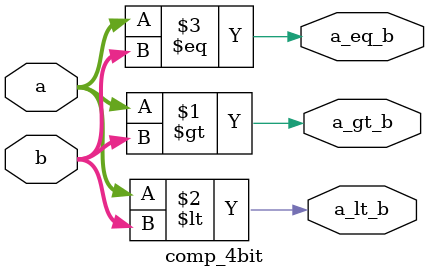
<source format=sv>
module comp_4bit(
  input [3:0]a,b,
  output a_gt_b,a_lt_b,a_eq_b);
  assign a_gt_b= (a>b);
  assign a_lt_b= (a<b);
  assign a_eq_b= (a==b);
endmodule

</source>
